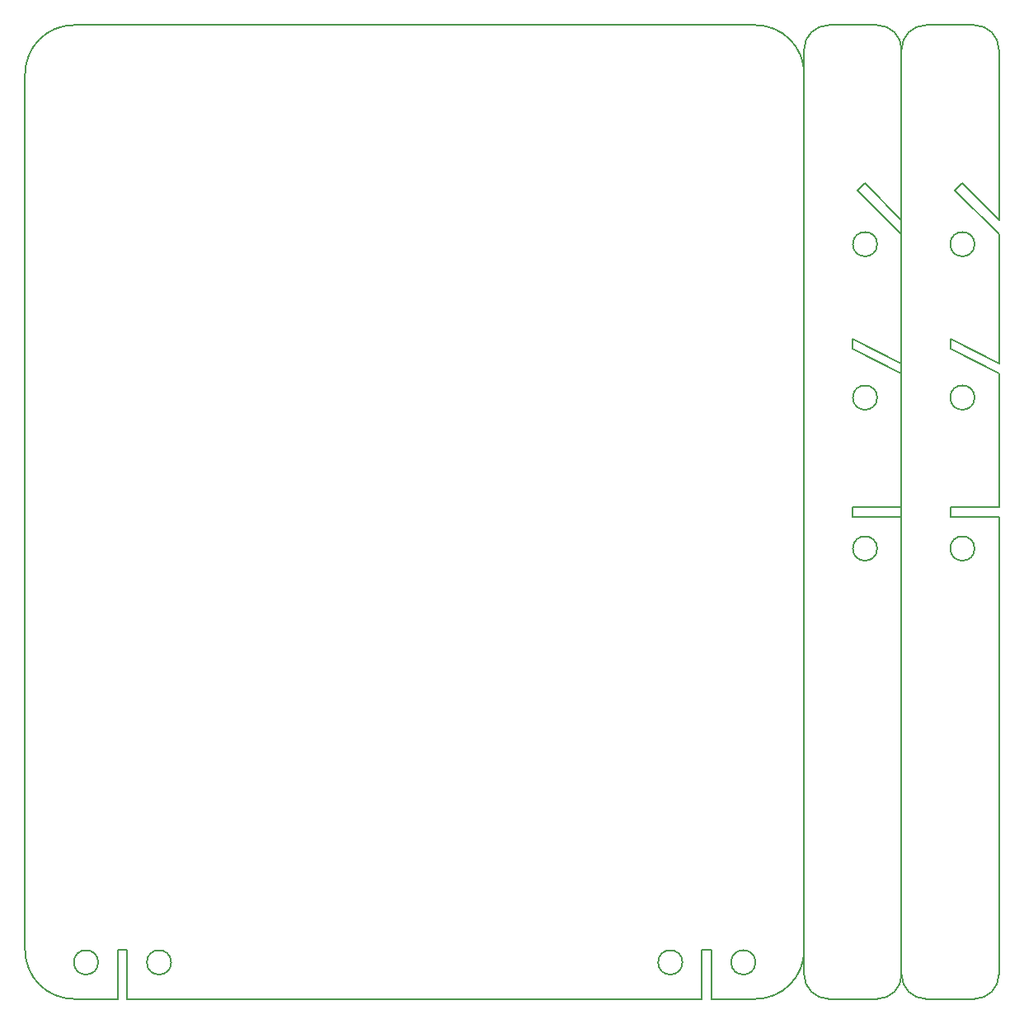
<source format=gbr>
G04 #@! TF.FileFunction,Profile,NP*
%FSLAX46Y46*%
G04 Gerber Fmt 4.6, Leading zero omitted, Abs format (unit mm)*
G04 Created by KiCad (PCBNEW 4.0.6+dfsg1-1) date Fri Aug 24 17:23:30 2018*
%MOMM*%
%LPD*%
G01*
G04 APERTURE LIST*
%ADD10C,0.100000*%
%ADD11C,0.200000*%
%ADD12C,0.150000*%
G04 APERTURE END LIST*
D10*
D11*
X135000000Y-72500000D02*
G75*
G03X135000000Y-72500000I-1250000J0D01*
G01*
X145000000Y-72500000D02*
G75*
G03X145000000Y-72500000I-1250000J0D01*
G01*
D12*
X137500000Y-52500000D02*
X137500000Y-147500000D01*
D11*
X145000000Y-88250000D02*
G75*
G03X145000000Y-88250000I-1250000J0D01*
G01*
X145000000Y-103750000D02*
G75*
G03X145000000Y-103750000I-1250000J0D01*
G01*
X135000000Y-88250000D02*
G75*
G03X135000000Y-88250000I-1250000J0D01*
G01*
X135000000Y-103750000D02*
G75*
G03X135000000Y-103750000I-1250000J0D01*
G01*
X122500000Y-146250000D02*
G75*
G03X122500000Y-146250000I-1250000J0D01*
G01*
X115000000Y-146250000D02*
G75*
G03X115000000Y-146250000I-1250000J0D01*
G01*
X62500000Y-146250000D02*
G75*
G03X62500000Y-146250000I-1250000J0D01*
G01*
X55000000Y-146250000D02*
G75*
G03X55000000Y-146250000I-1250000J0D01*
G01*
D12*
X137500000Y-70000000D02*
X133750000Y-66250000D01*
X133750000Y-66250000D02*
X133000000Y-67000000D01*
X137500000Y-84750000D02*
X132500000Y-82250000D01*
X137500000Y-85750000D02*
X132500000Y-83250000D01*
X132500000Y-99500000D02*
X137500000Y-99500000D01*
X132500000Y-83250000D02*
X132500000Y-82250000D01*
X132500000Y-100500000D02*
X132500000Y-99500000D01*
X133000000Y-67000000D02*
X137500000Y-71500000D01*
X137500000Y-100500000D02*
X132500000Y-100500000D01*
X52500000Y-150000000D02*
X57000000Y-150000000D01*
X118000000Y-150000000D02*
X122500000Y-150000000D01*
X147500000Y-70000000D02*
X147500000Y-52500000D01*
X147500000Y-84750000D02*
X147500000Y-71500000D01*
X147500000Y-99500000D02*
X147500000Y-85750000D01*
X140000000Y-150000000D02*
X145000000Y-150000000D01*
X130000000Y-150000000D02*
X135000000Y-150000000D01*
X140000000Y-50000000D02*
X145000000Y-50000000D01*
X130000000Y-50000000D02*
X135000000Y-50000000D01*
X143000000Y-67000000D02*
X147500000Y-71500000D01*
X143750000Y-66250000D02*
X143000000Y-67000000D01*
X147500000Y-70000000D02*
X143750000Y-66250000D01*
X147500000Y-85750000D02*
X142500000Y-83250000D01*
X147500000Y-84750000D02*
X142500000Y-82250000D01*
X142500000Y-83250000D02*
X142500000Y-82250000D01*
X127500000Y-52500000D02*
X127500000Y-147500000D01*
X147500000Y-100500000D02*
X142500000Y-100500000D01*
X142500000Y-99500000D02*
X147500000Y-99500000D01*
X142500000Y-100500000D02*
X142500000Y-99500000D01*
X117000000Y-145000000D02*
X118000000Y-145000000D01*
X117000000Y-150000000D02*
X117000000Y-145000000D01*
X118000000Y-145000000D02*
X118000000Y-150000000D01*
X58000000Y-145000000D02*
X58000000Y-150000000D01*
X57000000Y-145000000D02*
X58000000Y-145000000D01*
X57000000Y-150000000D02*
X57000000Y-145000000D01*
X130000000Y-50000000D02*
G75*
G03X127500000Y-52500000I0J-2500000D01*
G01*
X127500000Y-55000000D02*
G75*
G03X122500000Y-50000000I-5000000J0D01*
G01*
X137500000Y-52500000D02*
G75*
G03X135000000Y-50000000I-2500000J0D01*
G01*
X140000000Y-50000000D02*
G75*
G03X137500000Y-52500000I0J-2500000D01*
G01*
X147500000Y-52500000D02*
G75*
G03X145000000Y-50000000I-2500000J0D01*
G01*
X137500000Y-147500000D02*
G75*
G03X140000000Y-150000000I2500000J0D01*
G01*
X145000000Y-150000000D02*
G75*
G03X147500000Y-147500000I0J2500000D01*
G01*
X135000000Y-150000000D02*
G75*
G03X137500000Y-147500000I0J2500000D01*
G01*
X127500000Y-147500000D02*
G75*
G03X130000000Y-150000000I2500000J0D01*
G01*
X52500000Y-50000000D02*
G75*
G03X47500000Y-55000000I0J-5000000D01*
G01*
X122500000Y-150000000D02*
G75*
G03X127500000Y-145000000I0J5000000D01*
G01*
X47500000Y-145000000D02*
G75*
G03X52500000Y-150000000I5000000J0D01*
G01*
X122500000Y-50000000D02*
X52500000Y-50000000D01*
X147500000Y-147500000D02*
X147500000Y-100500000D01*
X58000000Y-150000000D02*
X117000000Y-150000000D01*
X47500000Y-55000000D02*
X47500000Y-145000000D01*
M02*

</source>
